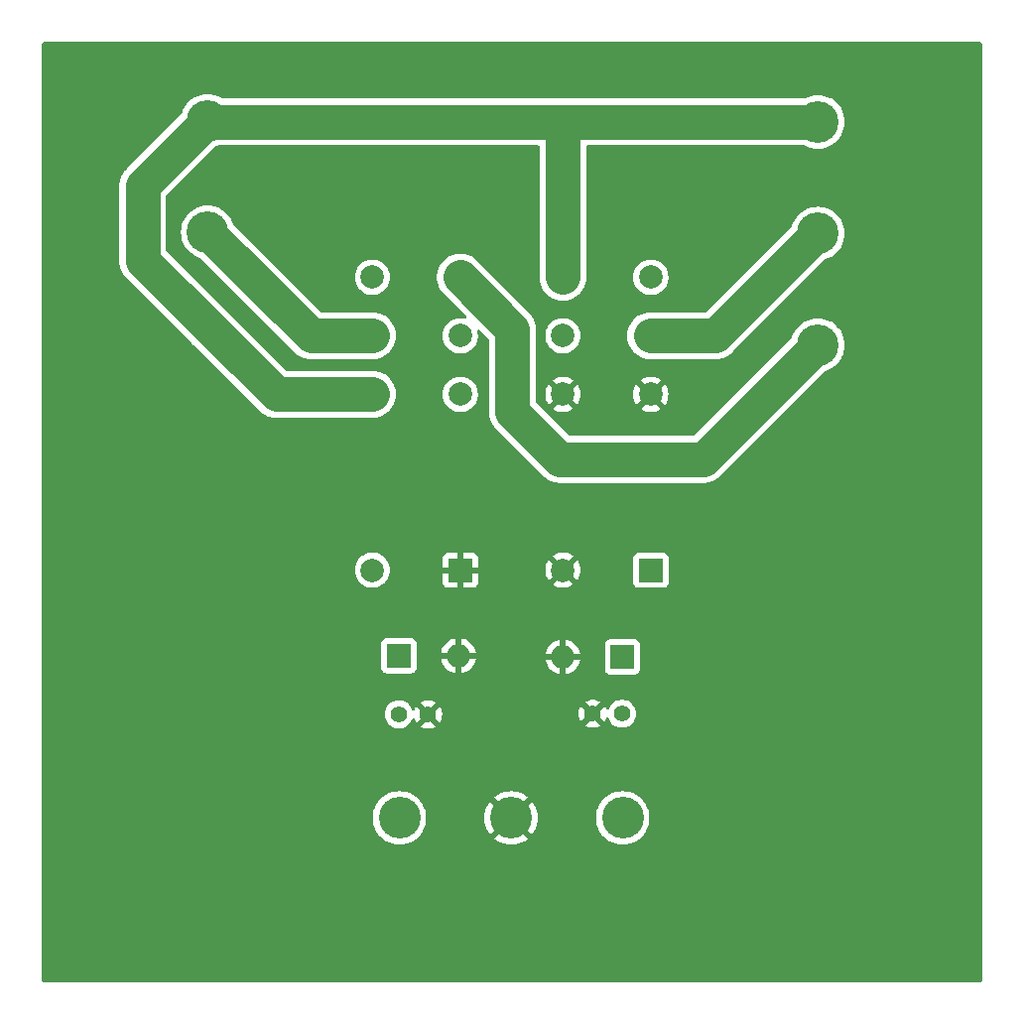
<source format=gbr>
%TF.GenerationSoftware,KiCad,Pcbnew,7.0.7+dfsg-1*%
%TF.CreationDate,2023-09-26T20:47:14-04:00*%
%TF.ProjectId,Relaybox,52656c61-7962-46f7-982e-6b696361645f,v1*%
%TF.SameCoordinates,Original*%
%TF.FileFunction,Copper,L1,Top*%
%TF.FilePolarity,Positive*%
%FSLAX46Y46*%
G04 Gerber Fmt 4.6, Leading zero omitted, Abs format (unit mm)*
G04 Created by KiCad (PCBNEW 7.0.7+dfsg-1) date 2023-09-26 20:47:14*
%MOMM*%
%LPD*%
G01*
G04 APERTURE LIST*
%TA.AperFunction,ComponentPad*%
%ADD10C,1.400000*%
%TD*%
%TA.AperFunction,ComponentPad*%
%ADD11C,3.556000*%
%TD*%
%TA.AperFunction,ComponentPad*%
%ADD12R,2.000000X2.000000*%
%TD*%
%TA.AperFunction,ComponentPad*%
%ADD13C,2.000000*%
%TD*%
%TA.AperFunction,ComponentPad*%
%ADD14O,2.000000X2.000000*%
%TD*%
%TA.AperFunction,Conductor*%
%ADD15C,3.000000*%
%TD*%
G04 APERTURE END LIST*
D10*
%TO.P,C2,1*%
%TO.N,Net-(D1-A)*%
X123700000Y-121050000D03*
%TO.P,C2,2*%
%TO.N,Net-(D2-K)*%
X126200000Y-121050000D03*
%TD*%
D11*
%TO.P,J3,1,Pin_1*%
%TO.N,Net-(J3-Pin_1)*%
X142900000Y-89600000D03*
%TO.P,J3,2,Pin_2*%
%TO.N,Net-(J3-Pin_2)*%
X142900000Y-80075000D03*
%TO.P,J3,3,Pin_3*%
%TO.N,Net-(J2-Pin_2)*%
X142900000Y-70550000D03*
%TD*%
%TO.P,J2,1,Pin_1*%
%TO.N,Net-(J2-Pin_1)*%
X90845000Y-79972000D03*
%TO.P,J2,2,Pin_2*%
%TO.N,Net-(J2-Pin_2)*%
X90845000Y-70447000D03*
%TD*%
D12*
%TO.P,K2,1*%
%TO.N,Net-(D2-K)*%
X128650000Y-108800000D03*
D13*
%TO.P,K2,2*%
%TO.N,Net-(D1-A)*%
X128650000Y-93800000D03*
X121150000Y-93800000D03*
%TO.P,K2,3*%
%TO.N,Net-(J3-Pin_2)*%
X128650000Y-88800000D03*
X121150000Y-88800000D03*
%TO.P,K2,4*%
%TO.N,Net-(J2-Pin_2)*%
X128650000Y-83800000D03*
X121150000Y-83800000D03*
%TO.P,K2,8*%
%TO.N,Net-(D1-A)*%
X121150000Y-108800000D03*
%TD*%
D11*
%TO.P,J1,1,Pin_1*%
%TO.N,Net-(D1-K)*%
X107200000Y-129950000D03*
%TO.P,J1,2,Pin_2*%
%TO.N,Net-(D1-A)*%
X116725000Y-129950000D03*
%TO.P,J1,3,Pin_3*%
%TO.N,Net-(D2-K)*%
X126250000Y-129950000D03*
%TD*%
D12*
%TO.P,D1,1,K*%
%TO.N,Net-(D1-K)*%
X107160000Y-116100000D03*
D14*
%TO.P,D1,2,A*%
%TO.N,Net-(D1-A)*%
X112240000Y-116100000D03*
%TD*%
D10*
%TO.P,C1,1*%
%TO.N,Net-(D1-A)*%
X109650000Y-121100000D03*
%TO.P,C1,2*%
%TO.N,Net-(D1-K)*%
X107150000Y-121100000D03*
%TD*%
D12*
%TO.P,D2,1,K*%
%TO.N,Net-(D2-K)*%
X126240000Y-116200000D03*
D14*
%TO.P,D2,2,A*%
%TO.N,Net-(D1-A)*%
X121160000Y-116200000D03*
%TD*%
D12*
%TO.P,K1,1*%
%TO.N,Net-(D1-A)*%
X112400000Y-108800000D03*
D13*
%TO.P,K1,2*%
%TO.N,Net-(J2-Pin_2)*%
X112400000Y-93800000D03*
X104900000Y-93800000D03*
%TO.P,K1,3*%
%TO.N,Net-(J2-Pin_1)*%
X112400000Y-88800000D03*
X104900000Y-88800000D03*
%TO.P,K1,4*%
%TO.N,Net-(J3-Pin_1)*%
X112400000Y-83800000D03*
X104900000Y-83800000D03*
%TO.P,K1,8*%
%TO.N,Net-(D1-K)*%
X104900000Y-108800000D03*
%TD*%
D15*
%TO.N,Net-(J3-Pin_1)*%
X133150000Y-99350000D02*
X120900000Y-99350000D01*
X142900000Y-89600000D02*
X133150000Y-99350000D01*
X116850000Y-88250000D02*
X112400000Y-83800000D01*
X116850000Y-95300000D02*
X116850000Y-88250000D01*
X120900000Y-99350000D02*
X116850000Y-95300000D01*
%TO.N,Net-(J3-Pin_2)*%
X134175000Y-88800000D02*
X142900000Y-80075000D01*
X128650000Y-88800000D02*
X134175000Y-88800000D01*
%TO.N,Net-(J2-Pin_1)*%
X99673000Y-88800000D02*
X90845000Y-79972000D01*
X104900000Y-88800000D02*
X99673000Y-88800000D01*
%TO.N,Net-(J2-Pin_2)*%
X121150000Y-83800000D02*
X121150000Y-70550000D01*
X90948000Y-70550000D02*
X90845000Y-70447000D01*
X96700000Y-93800000D02*
X85300000Y-82400000D01*
X104900000Y-93800000D02*
X96700000Y-93800000D01*
X85300000Y-75992000D02*
X90845000Y-70447000D01*
X121150000Y-70550000D02*
X90948000Y-70550000D01*
X142900000Y-70550000D02*
X121150000Y-70550000D01*
X85300000Y-82400000D02*
X85300000Y-75992000D01*
%TD*%
%TA.AperFunction,Conductor*%
%TO.N,Net-(D1-A)*%
G36*
X156842539Y-63770185D02*
G01*
X156888294Y-63822989D01*
X156899500Y-63874500D01*
X156899500Y-143825500D01*
X156879815Y-143892539D01*
X156827011Y-143938294D01*
X156775500Y-143949500D01*
X76824500Y-143949500D01*
X76757461Y-143929815D01*
X76711706Y-143877011D01*
X76700500Y-143825500D01*
X76700500Y-129950007D01*
X104916611Y-129950007D01*
X104936144Y-130248025D01*
X104936145Y-130248035D01*
X104936146Y-130248042D01*
X104936148Y-130248052D01*
X104994414Y-130540977D01*
X104994419Y-130540997D01*
X105090420Y-130823807D01*
X105090424Y-130823817D01*
X105160541Y-130966000D01*
X105222527Y-131091695D01*
X105388260Y-131339731D01*
X105388467Y-131340040D01*
X105585399Y-131564600D01*
X105760758Y-131718384D01*
X105809961Y-131761534D01*
X106058305Y-131927473D01*
X106188302Y-131991580D01*
X106326182Y-132059575D01*
X106326192Y-132059579D01*
X106609002Y-132155580D01*
X106609006Y-132155581D01*
X106609015Y-132155584D01*
X106901958Y-132213854D01*
X106930577Y-132215729D01*
X107199993Y-132233389D01*
X107200000Y-132233389D01*
X107200007Y-132233389D01*
X107438607Y-132217749D01*
X107498042Y-132213854D01*
X107790985Y-132155584D01*
X107792423Y-132155096D01*
X108073807Y-132059579D01*
X108073817Y-132059575D01*
X108074756Y-132059112D01*
X108341695Y-131927473D01*
X108590039Y-131761534D01*
X108814600Y-131564600D01*
X109011534Y-131340039D01*
X109177473Y-131091695D01*
X109309576Y-130823815D01*
X109309641Y-130823625D01*
X109405580Y-130540997D01*
X109405580Y-130540996D01*
X109405584Y-130540985D01*
X109463854Y-130248042D01*
X109467749Y-130188607D01*
X109483389Y-129950007D01*
X109483389Y-129950000D01*
X114442112Y-129950000D01*
X114461642Y-130247975D01*
X114461643Y-130247984D01*
X114519899Y-130540850D01*
X114519903Y-130540867D01*
X114615883Y-130823615D01*
X114615887Y-130823625D01*
X114747961Y-131091445D01*
X114913863Y-131339735D01*
X114945563Y-131375881D01*
X114945564Y-131375881D01*
X115746995Y-130574450D01*
X115808318Y-130540965D01*
X115878009Y-130545949D01*
X115930529Y-130583466D01*
X116003102Y-130671897D01*
X116091532Y-130744469D01*
X116130866Y-130802214D01*
X116132737Y-130872059D01*
X116100548Y-130928003D01*
X115299117Y-131729434D01*
X115299117Y-131729435D01*
X115335266Y-131761136D01*
X115335271Y-131761141D01*
X115583554Y-131927038D01*
X115851374Y-132059112D01*
X115851384Y-132059116D01*
X116134132Y-132155096D01*
X116134149Y-132155100D01*
X116427015Y-132213356D01*
X116427024Y-132213357D01*
X116725000Y-132232887D01*
X117022975Y-132213357D01*
X117022984Y-132213356D01*
X117315850Y-132155100D01*
X117315867Y-132155096D01*
X117598615Y-132059116D01*
X117598625Y-132059112D01*
X117866445Y-131927038D01*
X118114731Y-131761139D01*
X118150881Y-131729434D01*
X117349450Y-130928003D01*
X117315965Y-130866680D01*
X117320949Y-130796988D01*
X117358464Y-130744472D01*
X117446897Y-130671897D01*
X117519471Y-130583464D01*
X117577213Y-130544132D01*
X117647058Y-130542261D01*
X117703003Y-130574450D01*
X118504434Y-131375881D01*
X118536139Y-131339731D01*
X118702038Y-131091445D01*
X118834112Y-130823625D01*
X118834116Y-130823615D01*
X118930096Y-130540867D01*
X118930100Y-130540850D01*
X118988356Y-130247984D01*
X118988357Y-130247975D01*
X119007887Y-129950007D01*
X123966611Y-129950007D01*
X123986144Y-130248025D01*
X123986145Y-130248035D01*
X123986146Y-130248042D01*
X123986148Y-130248052D01*
X124044414Y-130540977D01*
X124044419Y-130540997D01*
X124140420Y-130823807D01*
X124140424Y-130823817D01*
X124210541Y-130966000D01*
X124272527Y-131091695D01*
X124438260Y-131339731D01*
X124438467Y-131340040D01*
X124635399Y-131564600D01*
X124810758Y-131718384D01*
X124859961Y-131761534D01*
X125108305Y-131927473D01*
X125238302Y-131991580D01*
X125376182Y-132059575D01*
X125376192Y-132059579D01*
X125659002Y-132155580D01*
X125659006Y-132155581D01*
X125659015Y-132155584D01*
X125951958Y-132213854D01*
X125980577Y-132215729D01*
X126249993Y-132233389D01*
X126250000Y-132233389D01*
X126250007Y-132233389D01*
X126488607Y-132217749D01*
X126548042Y-132213854D01*
X126840985Y-132155584D01*
X126842423Y-132155096D01*
X127123807Y-132059579D01*
X127123817Y-132059575D01*
X127124756Y-132059112D01*
X127391695Y-131927473D01*
X127640039Y-131761534D01*
X127864600Y-131564600D01*
X128061534Y-131340039D01*
X128227473Y-131091695D01*
X128359576Y-130823815D01*
X128359641Y-130823625D01*
X128455580Y-130540997D01*
X128455580Y-130540996D01*
X128455584Y-130540985D01*
X128513854Y-130248042D01*
X128517749Y-130188607D01*
X128533389Y-129950007D01*
X128533389Y-129949992D01*
X128513855Y-129651974D01*
X128513854Y-129651958D01*
X128455584Y-129359015D01*
X128359576Y-129076185D01*
X128338436Y-129033318D01*
X128227476Y-128808313D01*
X128227473Y-128808306D01*
X128061534Y-128559961D01*
X128018384Y-128510758D01*
X127864600Y-128335399D01*
X127640040Y-128138467D01*
X127391700Y-127972530D01*
X127391697Y-127972528D01*
X127391695Y-127972527D01*
X127391687Y-127972523D01*
X127123817Y-127840424D01*
X127123807Y-127840420D01*
X126840997Y-127744419D01*
X126840977Y-127744414D01*
X126548052Y-127686148D01*
X126548042Y-127686146D01*
X126548035Y-127686145D01*
X126548025Y-127686144D01*
X126250007Y-127666611D01*
X126249993Y-127666611D01*
X125951974Y-127686144D01*
X125951962Y-127686145D01*
X125951958Y-127686146D01*
X125951950Y-127686147D01*
X125951947Y-127686148D01*
X125659022Y-127744414D01*
X125659007Y-127744418D01*
X125376189Y-127840422D01*
X125376168Y-127840431D01*
X125108313Y-127972523D01*
X125108300Y-127972530D01*
X124859959Y-128138467D01*
X124635399Y-128335399D01*
X124438467Y-128559959D01*
X124272530Y-128808300D01*
X124272523Y-128808313D01*
X124140431Y-129076168D01*
X124140422Y-129076189D01*
X124044418Y-129359007D01*
X124044414Y-129359022D01*
X123986148Y-129651947D01*
X123986144Y-129651974D01*
X123966611Y-129949992D01*
X123966611Y-129950007D01*
X119007887Y-129950007D01*
X119007887Y-129950000D01*
X118988357Y-129652024D01*
X118988356Y-129652015D01*
X118930100Y-129359149D01*
X118930096Y-129359132D01*
X118834116Y-129076384D01*
X118834112Y-129076374D01*
X118702038Y-128808554D01*
X118536141Y-128560271D01*
X118536136Y-128560266D01*
X118504434Y-128524117D01*
X117703003Y-129325548D01*
X117641680Y-129359033D01*
X117571988Y-129354049D01*
X117519469Y-129316532D01*
X117446897Y-129228102D01*
X117358466Y-129155529D01*
X117319132Y-129097784D01*
X117317261Y-129027939D01*
X117349450Y-128971995D01*
X118150881Y-128170564D01*
X118150881Y-128170563D01*
X118114735Y-128138863D01*
X117866445Y-127972961D01*
X117598625Y-127840887D01*
X117598615Y-127840883D01*
X117315867Y-127744903D01*
X117315850Y-127744899D01*
X117022984Y-127686643D01*
X117022975Y-127686642D01*
X116724999Y-127667112D01*
X116427024Y-127686642D01*
X116427015Y-127686643D01*
X116134149Y-127744899D01*
X116134132Y-127744903D01*
X115851384Y-127840883D01*
X115851374Y-127840887D01*
X115583554Y-127972961D01*
X115335267Y-128138861D01*
X115335261Y-128138866D01*
X115299117Y-128170562D01*
X115299117Y-128170565D01*
X116100548Y-128971995D01*
X116134033Y-129033318D01*
X116129049Y-129103009D01*
X116091533Y-129155528D01*
X116003102Y-129228102D01*
X115930528Y-129316533D01*
X115872782Y-129355867D01*
X115802938Y-129357736D01*
X115746995Y-129325548D01*
X114945565Y-128524117D01*
X114945562Y-128524117D01*
X114913866Y-128560261D01*
X114913861Y-128560267D01*
X114747961Y-128808554D01*
X114615887Y-129076374D01*
X114615883Y-129076384D01*
X114519903Y-129359132D01*
X114519899Y-129359149D01*
X114461643Y-129652015D01*
X114461642Y-129652024D01*
X114442112Y-129950000D01*
X109483389Y-129950000D01*
X109483389Y-129949992D01*
X109463855Y-129651974D01*
X109463854Y-129651958D01*
X109405584Y-129359015D01*
X109309576Y-129076185D01*
X109288436Y-129033318D01*
X109177476Y-128808313D01*
X109177473Y-128808306D01*
X109011534Y-128559961D01*
X108968384Y-128510758D01*
X108814600Y-128335399D01*
X108590040Y-128138467D01*
X108341700Y-127972530D01*
X108341697Y-127972528D01*
X108341695Y-127972527D01*
X108341687Y-127972523D01*
X108073817Y-127840424D01*
X108073807Y-127840420D01*
X107790997Y-127744419D01*
X107790977Y-127744414D01*
X107498052Y-127686148D01*
X107498042Y-127686146D01*
X107498035Y-127686145D01*
X107498025Y-127686144D01*
X107200007Y-127666611D01*
X107199993Y-127666611D01*
X106901974Y-127686144D01*
X106901962Y-127686145D01*
X106901958Y-127686146D01*
X106901950Y-127686147D01*
X106901947Y-127686148D01*
X106609022Y-127744414D01*
X106609007Y-127744418D01*
X106326189Y-127840422D01*
X106326168Y-127840431D01*
X106058313Y-127972523D01*
X106058300Y-127972530D01*
X105809959Y-128138467D01*
X105585399Y-128335399D01*
X105388467Y-128559959D01*
X105222530Y-128808300D01*
X105222523Y-128808313D01*
X105090431Y-129076168D01*
X105090422Y-129076189D01*
X104994418Y-129359007D01*
X104994414Y-129359022D01*
X104936148Y-129651947D01*
X104936144Y-129651974D01*
X104916611Y-129949992D01*
X104916611Y-129950007D01*
X76700500Y-129950007D01*
X76700500Y-121100000D01*
X105944357Y-121100000D01*
X105964884Y-121321535D01*
X105964885Y-121321537D01*
X106025769Y-121535523D01*
X106025775Y-121535538D01*
X106124938Y-121734683D01*
X106124943Y-121734691D01*
X106259020Y-121912238D01*
X106423437Y-122062123D01*
X106423439Y-122062125D01*
X106612595Y-122179245D01*
X106612596Y-122179245D01*
X106612599Y-122179247D01*
X106820060Y-122259618D01*
X107038757Y-122300500D01*
X107038759Y-122300500D01*
X107261241Y-122300500D01*
X107261243Y-122300500D01*
X107479940Y-122259618D01*
X107687401Y-122179247D01*
X107876562Y-122062124D01*
X108040981Y-121912236D01*
X108175058Y-121734689D01*
X108274229Y-121535528D01*
X108280994Y-121511750D01*
X108318271Y-121452661D01*
X108381580Y-121423102D01*
X108450820Y-121432463D01*
X108504007Y-121477772D01*
X108519525Y-121511753D01*
X108526236Y-121535342D01*
X108526239Y-121535348D01*
X108625369Y-121734428D01*
X108641137Y-121755308D01*
X108641138Y-121755308D01*
X109149447Y-121247000D01*
X109210770Y-121213515D01*
X109280462Y-121218499D01*
X109336395Y-121260371D01*
X109340933Y-121266854D01*
X109343993Y-121271537D01*
X109376658Y-121321535D01*
X109388936Y-121340327D01*
X109424360Y-121367898D01*
X109488600Y-121417898D01*
X109529413Y-121474609D01*
X109533088Y-121544382D01*
X109500119Y-121603433D01*
X108996672Y-122106879D01*
X108996672Y-122106880D01*
X109112821Y-122178797D01*
X109112822Y-122178798D01*
X109320195Y-122259134D01*
X109538807Y-122300000D01*
X109761193Y-122300000D01*
X109979809Y-122259133D01*
X110187168Y-122178801D01*
X110187181Y-122178795D01*
X110303326Y-122106879D01*
X109796406Y-121599958D01*
X109762921Y-121538635D01*
X109767905Y-121468943D01*
X109809777Y-121413010D01*
X109825062Y-121403227D01*
X109867947Y-121380019D01*
X109947060Y-121294079D01*
X109950554Y-121286111D01*
X109995504Y-121232628D01*
X110062239Y-121211934D01*
X110129568Y-121230605D01*
X110151791Y-121248239D01*
X110658861Y-121755308D01*
X110674631Y-121734425D01*
X110674633Y-121734422D01*
X110773759Y-121535350D01*
X110834621Y-121321439D01*
X110855141Y-121100000D01*
X110855141Y-121099999D01*
X110850508Y-121050000D01*
X122494859Y-121050000D01*
X122515378Y-121271439D01*
X122576240Y-121485350D01*
X122675369Y-121684428D01*
X122691137Y-121705308D01*
X122691138Y-121705308D01*
X123199447Y-121197000D01*
X123260770Y-121163515D01*
X123330462Y-121168499D01*
X123386395Y-121210371D01*
X123390937Y-121216859D01*
X123436184Y-121286116D01*
X123438936Y-121290327D01*
X123479034Y-121321536D01*
X123538600Y-121367898D01*
X123579413Y-121424609D01*
X123583088Y-121494382D01*
X123550119Y-121553433D01*
X123046672Y-122056879D01*
X123046672Y-122056880D01*
X123162821Y-122128797D01*
X123162822Y-122128798D01*
X123370195Y-122209134D01*
X123588807Y-122250000D01*
X123811193Y-122250000D01*
X124029809Y-122209133D01*
X124237168Y-122128801D01*
X124237181Y-122128795D01*
X124353326Y-122056879D01*
X123846406Y-121549958D01*
X123812921Y-121488635D01*
X123817905Y-121418943D01*
X123859777Y-121363010D01*
X123875062Y-121353227D01*
X123917947Y-121330019D01*
X123997060Y-121244079D01*
X124000554Y-121236111D01*
X124045504Y-121182628D01*
X124112239Y-121161934D01*
X124179568Y-121180605D01*
X124201791Y-121198239D01*
X124708861Y-121705308D01*
X124724631Y-121684425D01*
X124724633Y-121684422D01*
X124823760Y-121485348D01*
X124823761Y-121485345D01*
X124830473Y-121461756D01*
X124867750Y-121402662D01*
X124931059Y-121373102D01*
X125000299Y-121382462D01*
X125053487Y-121427771D01*
X125069005Y-121461750D01*
X125075720Y-121485350D01*
X125075771Y-121485527D01*
X125075775Y-121485538D01*
X125174938Y-121684683D01*
X125174943Y-121684691D01*
X125309020Y-121862238D01*
X125473437Y-122012123D01*
X125473439Y-122012125D01*
X125662595Y-122129245D01*
X125662596Y-122129245D01*
X125662599Y-122129247D01*
X125870060Y-122209618D01*
X126088757Y-122250500D01*
X126088759Y-122250500D01*
X126311241Y-122250500D01*
X126311243Y-122250500D01*
X126529940Y-122209618D01*
X126737401Y-122129247D01*
X126926562Y-122012124D01*
X127090981Y-121862236D01*
X127225058Y-121684689D01*
X127324229Y-121485528D01*
X127385115Y-121271536D01*
X127405643Y-121050000D01*
X127402204Y-121012892D01*
X127385115Y-120828464D01*
X127385114Y-120828462D01*
X127382700Y-120819979D01*
X127324229Y-120614472D01*
X127324224Y-120614461D01*
X127225061Y-120415316D01*
X127225056Y-120415308D01*
X127090979Y-120237761D01*
X126926562Y-120087876D01*
X126926560Y-120087874D01*
X126737404Y-119970754D01*
X126737398Y-119970752D01*
X126529940Y-119890382D01*
X126311243Y-119849500D01*
X126088757Y-119849500D01*
X125870060Y-119890382D01*
X125740995Y-119940382D01*
X125662601Y-119970752D01*
X125662595Y-119970754D01*
X125473439Y-120087874D01*
X125473437Y-120087876D01*
X125309020Y-120237761D01*
X125174943Y-120415308D01*
X125174938Y-120415316D01*
X125075775Y-120614461D01*
X125075768Y-120614479D01*
X125069005Y-120638249D01*
X125031725Y-120697342D01*
X124968414Y-120726898D01*
X124899175Y-120717534D01*
X124845990Y-120672223D01*
X124830473Y-120638244D01*
X124823761Y-120614652D01*
X124823760Y-120614651D01*
X124724635Y-120415580D01*
X124724630Y-120415572D01*
X124708860Y-120394690D01*
X124200552Y-120902999D01*
X124139229Y-120936484D01*
X124069537Y-120931500D01*
X124013604Y-120889628D01*
X124009062Y-120883139D01*
X123961065Y-120809674D01*
X123961062Y-120809671D01*
X123861399Y-120732100D01*
X123820586Y-120675390D01*
X123816911Y-120605617D01*
X123849880Y-120546566D01*
X124353327Y-120043119D01*
X124237178Y-119971202D01*
X124237177Y-119971201D01*
X124029804Y-119890865D01*
X123811193Y-119850000D01*
X123588807Y-119850000D01*
X123370195Y-119890865D01*
X123162824Y-119971200D01*
X123162823Y-119971201D01*
X123046671Y-120043119D01*
X123553594Y-120550041D01*
X123587079Y-120611364D01*
X123582095Y-120681055D01*
X123540224Y-120736989D01*
X123524931Y-120746776D01*
X123482056Y-120769979D01*
X123482052Y-120769981D01*
X123402939Y-120855922D01*
X123399441Y-120863896D01*
X123354481Y-120917379D01*
X123287744Y-120938065D01*
X123220417Y-120919386D01*
X123198207Y-120901760D01*
X122691137Y-120394690D01*
X122691137Y-120394691D01*
X122675368Y-120415574D01*
X122576240Y-120614649D01*
X122515378Y-120828560D01*
X122494859Y-121049999D01*
X122494859Y-121050000D01*
X110850508Y-121050000D01*
X110834621Y-120878560D01*
X110773759Y-120664649D01*
X110674635Y-120465580D01*
X110674630Y-120465572D01*
X110658860Y-120444690D01*
X110150552Y-120952999D01*
X110089229Y-120986484D01*
X110019537Y-120981500D01*
X109963604Y-120939628D01*
X109959062Y-120933139D01*
X109911065Y-120859674D01*
X109911062Y-120859671D01*
X109811399Y-120782100D01*
X109770586Y-120725390D01*
X109766911Y-120655617D01*
X109799880Y-120596566D01*
X110303327Y-120093119D01*
X110187178Y-120021202D01*
X110187177Y-120021201D01*
X109979804Y-119940865D01*
X109761193Y-119900000D01*
X109538807Y-119900000D01*
X109320195Y-119940865D01*
X109112824Y-120021200D01*
X109112823Y-120021201D01*
X108996671Y-120093119D01*
X109503594Y-120600041D01*
X109537079Y-120661364D01*
X109532095Y-120731055D01*
X109490224Y-120786989D01*
X109474931Y-120796776D01*
X109432056Y-120819979D01*
X109432052Y-120819981D01*
X109352939Y-120905922D01*
X109349441Y-120913896D01*
X109304481Y-120967379D01*
X109237744Y-120988065D01*
X109170417Y-120969386D01*
X109148207Y-120951760D01*
X108641138Y-120444690D01*
X108641137Y-120444691D01*
X108625368Y-120465574D01*
X108526239Y-120664651D01*
X108526238Y-120664652D01*
X108519525Y-120688248D01*
X108482245Y-120747340D01*
X108418935Y-120776898D01*
X108349696Y-120767535D01*
X108296510Y-120722224D01*
X108280995Y-120688253D01*
X108274229Y-120664472D01*
X108274224Y-120664461D01*
X108175061Y-120465316D01*
X108175056Y-120465308D01*
X108040979Y-120287761D01*
X107876562Y-120137876D01*
X107876560Y-120137874D01*
X107687404Y-120020754D01*
X107687398Y-120020752D01*
X107479940Y-119940382D01*
X107261243Y-119899500D01*
X107038757Y-119899500D01*
X106820060Y-119940382D01*
X106740505Y-119971202D01*
X106612601Y-120020752D01*
X106612595Y-120020754D01*
X106423439Y-120137874D01*
X106423437Y-120137876D01*
X106259020Y-120287761D01*
X106124943Y-120465308D01*
X106124938Y-120465316D01*
X106025775Y-120664461D01*
X106025769Y-120664476D01*
X105964885Y-120878462D01*
X105964884Y-120878464D01*
X105944357Y-121099999D01*
X105944357Y-121100000D01*
X76700500Y-121100000D01*
X76700500Y-117147870D01*
X105659500Y-117147870D01*
X105659501Y-117147876D01*
X105665908Y-117207483D01*
X105716202Y-117342328D01*
X105716206Y-117342335D01*
X105802452Y-117457544D01*
X105802455Y-117457547D01*
X105917664Y-117543793D01*
X105917671Y-117543797D01*
X106052517Y-117594091D01*
X106052516Y-117594091D01*
X106059444Y-117594835D01*
X106112127Y-117600500D01*
X108207872Y-117600499D01*
X108267483Y-117594091D01*
X108402331Y-117543796D01*
X108517546Y-117457546D01*
X108603796Y-117342331D01*
X108654091Y-117207483D01*
X108660500Y-117147873D01*
X108660500Y-116350000D01*
X110755960Y-116350000D01*
X110816411Y-116588716D01*
X110916267Y-116816367D01*
X111052232Y-117024478D01*
X111220592Y-117207364D01*
X111220602Y-117207373D01*
X111416762Y-117360051D01*
X111416771Y-117360057D01*
X111635385Y-117478364D01*
X111635396Y-117478369D01*
X111870507Y-117559083D01*
X111989999Y-117579023D01*
X111990000Y-117579022D01*
X111990000Y-116712301D01*
X112009685Y-116645262D01*
X112062489Y-116599507D01*
X112131647Y-116589563D01*
X112204237Y-116600000D01*
X112204238Y-116600000D01*
X112275762Y-116600000D01*
X112275763Y-116600000D01*
X112348353Y-116589563D01*
X112417512Y-116599507D01*
X112470315Y-116645262D01*
X112490000Y-116712301D01*
X112490000Y-117579023D01*
X112609492Y-117559083D01*
X112844603Y-117478369D01*
X112844614Y-117478364D01*
X113063228Y-117360057D01*
X113063237Y-117360051D01*
X113259397Y-117207373D01*
X113259407Y-117207364D01*
X113427767Y-117024478D01*
X113563732Y-116816367D01*
X113663588Y-116588716D01*
X113698716Y-116450000D01*
X119675960Y-116450000D01*
X119736411Y-116688716D01*
X119836267Y-116916367D01*
X119972232Y-117124478D01*
X120140592Y-117307364D01*
X120140602Y-117307373D01*
X120336762Y-117460051D01*
X120336771Y-117460057D01*
X120555385Y-117578364D01*
X120555396Y-117578369D01*
X120790507Y-117659083D01*
X120909999Y-117679023D01*
X120910000Y-117679022D01*
X120910000Y-116812301D01*
X120929685Y-116745262D01*
X120982489Y-116699507D01*
X121051647Y-116689563D01*
X121124237Y-116700000D01*
X121124238Y-116700000D01*
X121195762Y-116700000D01*
X121195763Y-116700000D01*
X121268352Y-116689563D01*
X121337510Y-116699507D01*
X121390314Y-116745261D01*
X121409999Y-116812301D01*
X121409999Y-117679022D01*
X121410000Y-117679023D01*
X121529492Y-117659083D01*
X121764603Y-117578369D01*
X121764614Y-117578364D01*
X121983228Y-117460057D01*
X121983237Y-117460051D01*
X122179397Y-117307373D01*
X122179407Y-117307364D01*
X122234176Y-117247870D01*
X124739500Y-117247870D01*
X124739501Y-117247876D01*
X124745908Y-117307483D01*
X124796202Y-117442328D01*
X124796206Y-117442335D01*
X124882452Y-117557544D01*
X124882455Y-117557547D01*
X124997664Y-117643793D01*
X124997671Y-117643797D01*
X125132517Y-117694091D01*
X125132516Y-117694091D01*
X125139444Y-117694835D01*
X125192127Y-117700500D01*
X127287872Y-117700499D01*
X127347483Y-117694091D01*
X127482331Y-117643796D01*
X127597546Y-117557546D01*
X127683796Y-117442331D01*
X127734091Y-117307483D01*
X127740500Y-117247873D01*
X127740499Y-115152128D01*
X127734091Y-115092517D01*
X127719027Y-115052129D01*
X127683797Y-114957671D01*
X127683793Y-114957664D01*
X127597547Y-114842455D01*
X127597544Y-114842452D01*
X127482335Y-114756206D01*
X127482328Y-114756202D01*
X127347482Y-114705908D01*
X127347483Y-114705908D01*
X127287883Y-114699501D01*
X127287881Y-114699500D01*
X127287873Y-114699500D01*
X127287864Y-114699500D01*
X125192129Y-114699500D01*
X125192123Y-114699501D01*
X125132516Y-114705908D01*
X124997671Y-114756202D01*
X124997664Y-114756206D01*
X124882455Y-114842452D01*
X124882452Y-114842455D01*
X124796206Y-114957664D01*
X124796202Y-114957671D01*
X124745908Y-115092517D01*
X124739501Y-115152116D01*
X124739501Y-115152123D01*
X124739500Y-115152135D01*
X124739500Y-117247870D01*
X122234176Y-117247870D01*
X122347767Y-117124478D01*
X122483732Y-116916367D01*
X122583588Y-116688716D01*
X122644040Y-116450000D01*
X121773347Y-116450000D01*
X121706308Y-116430315D01*
X121660553Y-116377511D01*
X121650609Y-116308353D01*
X121654369Y-116291067D01*
X121660000Y-116271888D01*
X121660000Y-116128111D01*
X121654369Y-116108933D01*
X121654370Y-116039064D01*
X121692145Y-115980286D01*
X121755701Y-115951262D01*
X121773347Y-115950000D01*
X122644040Y-115950000D01*
X122583588Y-115711283D01*
X122483732Y-115483632D01*
X122347767Y-115275521D01*
X122179407Y-115092635D01*
X122179397Y-115092626D01*
X121983237Y-114939948D01*
X121983228Y-114939942D01*
X121764614Y-114821635D01*
X121764603Y-114821630D01*
X121529492Y-114740916D01*
X121410000Y-114720976D01*
X121409999Y-114720976D01*
X121409999Y-115587698D01*
X121390314Y-115654738D01*
X121337510Y-115700492D01*
X121268353Y-115710436D01*
X121195764Y-115700000D01*
X121195763Y-115700000D01*
X121124237Y-115700000D01*
X121124233Y-115700000D01*
X121051645Y-115710436D01*
X120982487Y-115700492D01*
X120929684Y-115654736D01*
X120910000Y-115587698D01*
X120910000Y-114720976D01*
X120909999Y-114720976D01*
X120790507Y-114740916D01*
X120555396Y-114821630D01*
X120555385Y-114821635D01*
X120336771Y-114939942D01*
X120336762Y-114939948D01*
X120140602Y-115092626D01*
X120140592Y-115092635D01*
X119972232Y-115275521D01*
X119836267Y-115483632D01*
X119736411Y-115711283D01*
X119675960Y-115950000D01*
X120546653Y-115950000D01*
X120613692Y-115969685D01*
X120659447Y-116022489D01*
X120669391Y-116091647D01*
X120665631Y-116108933D01*
X120660000Y-116128111D01*
X120660000Y-116271888D01*
X120665631Y-116291067D01*
X120665630Y-116360936D01*
X120627855Y-116419714D01*
X120564299Y-116448738D01*
X120546653Y-116450000D01*
X119675960Y-116450000D01*
X113698716Y-116450000D01*
X113724040Y-116350000D01*
X112853347Y-116350000D01*
X112786308Y-116330315D01*
X112740553Y-116277511D01*
X112730609Y-116208353D01*
X112734369Y-116191067D01*
X112740000Y-116171888D01*
X112740000Y-116028111D01*
X112734369Y-116008933D01*
X112734370Y-115939064D01*
X112772145Y-115880286D01*
X112835701Y-115851262D01*
X112853347Y-115850000D01*
X113724040Y-115850000D01*
X113663588Y-115611283D01*
X113563732Y-115383632D01*
X113427767Y-115175521D01*
X113259407Y-114992635D01*
X113259397Y-114992626D01*
X113063237Y-114839948D01*
X113063228Y-114839942D01*
X112844614Y-114721635D01*
X112844603Y-114721630D01*
X112609492Y-114640916D01*
X112490000Y-114620976D01*
X112490000Y-115487698D01*
X112470315Y-115554737D01*
X112417511Y-115600492D01*
X112348355Y-115610436D01*
X112275766Y-115600000D01*
X112275763Y-115600000D01*
X112204237Y-115600000D01*
X112204233Y-115600000D01*
X112131645Y-115610436D01*
X112062487Y-115600492D01*
X112009684Y-115554736D01*
X111990000Y-115487698D01*
X111990000Y-114620976D01*
X111989999Y-114620976D01*
X111870507Y-114640916D01*
X111635396Y-114721630D01*
X111635385Y-114721635D01*
X111416771Y-114839942D01*
X111416762Y-114839948D01*
X111220602Y-114992626D01*
X111220592Y-114992635D01*
X111052232Y-115175521D01*
X110916267Y-115383632D01*
X110816411Y-115611283D01*
X110755960Y-115850000D01*
X111626653Y-115850000D01*
X111693692Y-115869685D01*
X111739447Y-115922489D01*
X111749391Y-115991647D01*
X111745631Y-116008933D01*
X111740000Y-116028111D01*
X111740000Y-116171888D01*
X111745631Y-116191067D01*
X111745630Y-116260936D01*
X111707855Y-116319714D01*
X111644299Y-116348738D01*
X111626653Y-116350000D01*
X110755960Y-116350000D01*
X108660500Y-116350000D01*
X108660499Y-115052128D01*
X108654091Y-114992517D01*
X108641094Y-114957671D01*
X108603797Y-114857671D01*
X108603793Y-114857664D01*
X108517547Y-114742455D01*
X108517544Y-114742452D01*
X108402335Y-114656206D01*
X108402328Y-114656202D01*
X108267482Y-114605908D01*
X108267483Y-114605908D01*
X108207883Y-114599501D01*
X108207881Y-114599500D01*
X108207873Y-114599500D01*
X108207864Y-114599500D01*
X106112129Y-114599500D01*
X106112123Y-114599501D01*
X106052516Y-114605908D01*
X105917671Y-114656202D01*
X105917664Y-114656206D01*
X105802455Y-114742452D01*
X105802452Y-114742455D01*
X105716206Y-114857664D01*
X105716202Y-114857671D01*
X105665908Y-114992517D01*
X105659501Y-115052116D01*
X105659501Y-115052123D01*
X105659500Y-115052135D01*
X105659500Y-117147870D01*
X76700500Y-117147870D01*
X76700500Y-108800005D01*
X103394357Y-108800005D01*
X103414890Y-109047812D01*
X103414892Y-109047824D01*
X103475936Y-109288881D01*
X103575826Y-109516606D01*
X103711833Y-109724782D01*
X103711836Y-109724785D01*
X103880256Y-109907738D01*
X104076491Y-110060474D01*
X104076493Y-110060475D01*
X104294332Y-110178364D01*
X104295190Y-110178828D01*
X104483136Y-110243350D01*
X104528964Y-110259083D01*
X104530386Y-110259571D01*
X104775665Y-110300500D01*
X105024335Y-110300500D01*
X105269614Y-110259571D01*
X105504810Y-110178828D01*
X105723509Y-110060474D01*
X105919744Y-109907738D01*
X105974880Y-109847844D01*
X110900000Y-109847844D01*
X110906401Y-109907372D01*
X110906403Y-109907379D01*
X110956645Y-110042086D01*
X110956649Y-110042093D01*
X111042809Y-110157187D01*
X111042812Y-110157190D01*
X111157906Y-110243350D01*
X111157913Y-110243354D01*
X111292620Y-110293596D01*
X111292627Y-110293598D01*
X111352155Y-110299999D01*
X111352172Y-110300000D01*
X112149999Y-110300000D01*
X112149999Y-109566753D01*
X112169683Y-109499714D01*
X112222487Y-109453959D01*
X112291646Y-109444015D01*
X112304823Y-109446646D01*
X112317886Y-109450000D01*
X112317890Y-109450000D01*
X112440892Y-109450000D01*
X112440894Y-109450000D01*
X112440899Y-109449999D01*
X112440903Y-109449999D01*
X112488270Y-109444015D01*
X112510457Y-109441212D01*
X112579435Y-109452338D01*
X112631447Y-109498991D01*
X112649999Y-109564234D01*
X112649999Y-110299999D01*
X112650001Y-110300000D01*
X113447828Y-110300000D01*
X113447844Y-110299999D01*
X113507372Y-110293598D01*
X113507379Y-110293596D01*
X113642086Y-110243354D01*
X113642093Y-110243350D01*
X113757187Y-110157190D01*
X113757190Y-110157187D01*
X113843350Y-110042093D01*
X113843354Y-110042086D01*
X113893596Y-109907379D01*
X113893598Y-109907372D01*
X113899999Y-109847844D01*
X113900000Y-109847827D01*
X113900000Y-109050000D01*
X113163921Y-109050000D01*
X113096882Y-109030315D01*
X113051127Y-108977511D01*
X113041183Y-108908353D01*
X113042117Y-108902766D01*
X113042659Y-108899919D01*
X113053873Y-108841138D01*
X113051285Y-108800005D01*
X119644858Y-108800005D01*
X119665385Y-109047729D01*
X119665387Y-109047738D01*
X119726412Y-109288717D01*
X119826266Y-109516364D01*
X119926564Y-109669882D01*
X120432332Y-109164114D01*
X120493655Y-109130629D01*
X120563346Y-109135613D01*
X120619280Y-109177484D01*
X120624709Y-109185352D01*
X120645187Y-109217620D01*
X120645188Y-109217621D01*
X120764902Y-109330039D01*
X120768273Y-109332489D01*
X120770274Y-109335084D01*
X120770590Y-109335381D01*
X120770542Y-109335431D01*
X120810937Y-109387821D01*
X120816913Y-109457435D01*
X120784305Y-109519228D01*
X120783065Y-109520486D01*
X120279942Y-110023609D01*
X120326768Y-110060055D01*
X120326770Y-110060056D01*
X120545385Y-110178364D01*
X120545396Y-110178369D01*
X120780506Y-110259083D01*
X121025707Y-110300000D01*
X121274293Y-110300000D01*
X121519493Y-110259083D01*
X121754603Y-110178369D01*
X121754614Y-110178364D01*
X121973228Y-110060057D01*
X121973231Y-110060055D01*
X122020056Y-110023609D01*
X121844317Y-109847870D01*
X127149500Y-109847870D01*
X127149501Y-109847876D01*
X127155908Y-109907483D01*
X127206202Y-110042328D01*
X127206206Y-110042335D01*
X127292452Y-110157544D01*
X127292455Y-110157547D01*
X127407664Y-110243793D01*
X127407671Y-110243797D01*
X127542517Y-110294091D01*
X127542516Y-110294091D01*
X127549444Y-110294835D01*
X127602127Y-110300500D01*
X129697872Y-110300499D01*
X129757483Y-110294091D01*
X129892331Y-110243796D01*
X130007546Y-110157546D01*
X130093796Y-110042331D01*
X130144091Y-109907483D01*
X130150500Y-109847873D01*
X130150499Y-107752128D01*
X130144091Y-107692517D01*
X130100778Y-107576390D01*
X130093797Y-107557671D01*
X130093793Y-107557664D01*
X130007547Y-107442455D01*
X130007544Y-107442452D01*
X129892335Y-107356206D01*
X129892328Y-107356202D01*
X129757482Y-107305908D01*
X129757483Y-107305908D01*
X129697883Y-107299501D01*
X129697881Y-107299500D01*
X129697873Y-107299500D01*
X129697864Y-107299500D01*
X127602129Y-107299500D01*
X127602123Y-107299501D01*
X127542516Y-107305908D01*
X127407671Y-107356202D01*
X127407664Y-107356206D01*
X127292455Y-107442452D01*
X127292452Y-107442455D01*
X127206206Y-107557664D01*
X127206202Y-107557671D01*
X127155908Y-107692517D01*
X127149501Y-107752116D01*
X127149501Y-107752123D01*
X127149500Y-107752135D01*
X127149500Y-109847870D01*
X121844317Y-109847870D01*
X121513234Y-109516787D01*
X121479749Y-109455464D01*
X121484733Y-109385772D01*
X121526605Y-109329839D01*
X121527953Y-109328844D01*
X121598492Y-109277595D01*
X121684871Y-109173180D01*
X121742768Y-109134074D01*
X121812620Y-109132478D01*
X121868094Y-109164541D01*
X122373434Y-109669882D01*
X122473731Y-109516369D01*
X122573587Y-109288717D01*
X122634612Y-109047738D01*
X122634614Y-109047729D01*
X122655141Y-108800005D01*
X122655141Y-108799994D01*
X122634614Y-108552270D01*
X122634612Y-108552261D01*
X122573587Y-108311282D01*
X122473731Y-108083630D01*
X122373434Y-107930116D01*
X121867667Y-108435884D01*
X121806344Y-108469369D01*
X121736652Y-108464385D01*
X121680719Y-108422513D01*
X121675290Y-108414646D01*
X121673771Y-108412252D01*
X121654814Y-108382381D01*
X121590942Y-108322402D01*
X121535097Y-108269960D01*
X121531732Y-108267515D01*
X121529731Y-108264920D01*
X121529410Y-108264619D01*
X121529458Y-108264567D01*
X121489064Y-108212187D01*
X121483082Y-108142574D01*
X121515685Y-108080778D01*
X121516932Y-108079513D01*
X122020056Y-107576389D01*
X121973229Y-107539943D01*
X121754614Y-107421635D01*
X121754603Y-107421630D01*
X121519493Y-107340916D01*
X121274293Y-107300000D01*
X121025707Y-107300000D01*
X120780506Y-107340916D01*
X120545396Y-107421630D01*
X120545390Y-107421632D01*
X120326761Y-107539949D01*
X120279942Y-107576388D01*
X120279942Y-107576390D01*
X120786765Y-108083212D01*
X120820250Y-108144535D01*
X120815266Y-108214226D01*
X120773395Y-108270160D01*
X120771970Y-108271210D01*
X120701510Y-108322402D01*
X120701508Y-108322405D01*
X120615130Y-108426818D01*
X120557230Y-108465925D01*
X120487378Y-108467521D01*
X120431905Y-108435458D01*
X119926564Y-107930116D01*
X119826267Y-108083632D01*
X119726412Y-108311282D01*
X119665387Y-108552261D01*
X119665385Y-108552270D01*
X119644858Y-108799994D01*
X119644858Y-108800005D01*
X113051285Y-108800005D01*
X113043847Y-108681784D01*
X113059283Y-108613643D01*
X113109109Y-108564663D01*
X113167602Y-108550000D01*
X113900000Y-108550000D01*
X113900000Y-107752172D01*
X113899999Y-107752155D01*
X113893598Y-107692627D01*
X113893596Y-107692620D01*
X113843354Y-107557913D01*
X113843350Y-107557906D01*
X113757190Y-107442812D01*
X113757187Y-107442809D01*
X113642093Y-107356649D01*
X113642086Y-107356645D01*
X113507379Y-107306403D01*
X113507372Y-107306401D01*
X113447844Y-107300000D01*
X112650000Y-107300000D01*
X112650000Y-108033246D01*
X112630315Y-108100285D01*
X112577511Y-108146040D01*
X112508353Y-108155984D01*
X112495165Y-108153351D01*
X112482115Y-108150000D01*
X112482114Y-108150000D01*
X112359106Y-108150000D01*
X112359094Y-108150000D01*
X112289541Y-108158787D01*
X112220563Y-108147660D01*
X112168551Y-108101006D01*
X112150000Y-108035765D01*
X112150000Y-107300000D01*
X111352155Y-107300000D01*
X111292627Y-107306401D01*
X111292620Y-107306403D01*
X111157913Y-107356645D01*
X111157906Y-107356649D01*
X111042812Y-107442809D01*
X111042809Y-107442812D01*
X110956649Y-107557906D01*
X110956645Y-107557913D01*
X110906403Y-107692620D01*
X110906401Y-107692627D01*
X110900000Y-107752155D01*
X110900000Y-108550000D01*
X111636079Y-108550000D01*
X111703118Y-108569685D01*
X111748873Y-108622489D01*
X111758817Y-108691647D01*
X111757883Y-108697234D01*
X111746127Y-108758862D01*
X111755532Y-108908353D01*
X111756153Y-108918214D01*
X111740717Y-108986357D01*
X111690891Y-109035337D01*
X111632398Y-109050000D01*
X110900000Y-109050000D01*
X110900000Y-109847844D01*
X105974880Y-109847844D01*
X106088164Y-109724785D01*
X106224173Y-109516607D01*
X106324063Y-109288881D01*
X106385108Y-109047821D01*
X106385116Y-109047729D01*
X106405643Y-108800005D01*
X106405643Y-108799994D01*
X106385109Y-108552187D01*
X106385107Y-108552175D01*
X106324063Y-108311118D01*
X106224173Y-108083393D01*
X106088166Y-107875217D01*
X106066557Y-107851744D01*
X105919744Y-107692262D01*
X105723509Y-107539526D01*
X105723507Y-107539525D01*
X105723506Y-107539524D01*
X105504811Y-107421172D01*
X105504802Y-107421169D01*
X105269616Y-107340429D01*
X105024335Y-107299500D01*
X104775665Y-107299500D01*
X104530383Y-107340429D01*
X104295197Y-107421169D01*
X104295188Y-107421172D01*
X104076493Y-107539524D01*
X104029129Y-107576389D01*
X103880256Y-107692262D01*
X103879920Y-107692627D01*
X103711833Y-107875217D01*
X103575826Y-108083393D01*
X103475936Y-108311118D01*
X103414892Y-108552175D01*
X103414890Y-108552187D01*
X103394357Y-108799994D01*
X103394357Y-108800005D01*
X76700500Y-108800005D01*
X76700500Y-82543082D01*
X83299500Y-82543082D01*
X83309377Y-82611784D01*
X83309850Y-82616184D01*
X83314804Y-82685430D01*
X83314804Y-82685433D01*
X83329560Y-82753259D01*
X83330346Y-82757616D01*
X83340224Y-82826318D01*
X83340227Y-82826331D01*
X83359778Y-82892915D01*
X83360873Y-82897205D01*
X83375631Y-82965048D01*
X83399891Y-83030092D01*
X83401289Y-83034292D01*
X83420845Y-83100891D01*
X83449678Y-83164029D01*
X83451372Y-83168117D01*
X83475633Y-83233160D01*
X83475633Y-83233161D01*
X83508910Y-83294104D01*
X83510877Y-83298034D01*
X83516853Y-83311119D01*
X83539715Y-83361182D01*
X83539720Y-83361192D01*
X83577250Y-83419589D01*
X83579509Y-83423396D01*
X83612770Y-83484309D01*
X83612771Y-83484310D01*
X83612774Y-83484315D01*
X83654366Y-83539875D01*
X83656883Y-83543499D01*
X83694426Y-83601917D01*
X83694427Y-83601918D01*
X83694430Y-83601923D01*
X83739884Y-83654378D01*
X83742661Y-83657825D01*
X83784259Y-83713393D01*
X83784269Y-83713404D01*
X83809590Y-83738724D01*
X83834912Y-83764046D01*
X89587472Y-89516606D01*
X95184261Y-95113395D01*
X95386594Y-95315729D01*
X95386599Y-95315733D01*
X95386605Y-95315739D01*
X95442174Y-95357337D01*
X95445607Y-95360103D01*
X95498083Y-95405574D01*
X95556506Y-95443120D01*
X95560114Y-95445626D01*
X95615685Y-95487226D01*
X95676610Y-95520494D01*
X95680388Y-95522735D01*
X95738814Y-95560283D01*
X95793876Y-95585428D01*
X95801956Y-95589118D01*
X95805916Y-95591100D01*
X95866839Y-95624367D01*
X95931905Y-95648634D01*
X95935953Y-95650312D01*
X95999112Y-95679156D01*
X96065729Y-95698716D01*
X96069905Y-95700107D01*
X96080621Y-95704103D01*
X96134954Y-95724369D01*
X96202805Y-95739128D01*
X96207044Y-95740209D01*
X96273678Y-95759776D01*
X96273681Y-95759776D01*
X96273683Y-95759777D01*
X96296174Y-95763010D01*
X96342399Y-95769655D01*
X96346743Y-95770440D01*
X96414572Y-95785196D01*
X96483815Y-95790147D01*
X96488193Y-95790617D01*
X96556921Y-95800500D01*
X96556924Y-95800500D01*
X104971448Y-95800500D01*
X105185428Y-95785196D01*
X105253261Y-95770440D01*
X105465037Y-95724371D01*
X105465037Y-95724370D01*
X105465046Y-95724369D01*
X105733161Y-95624367D01*
X105984315Y-95487226D01*
X106213395Y-95315739D01*
X106415739Y-95113395D01*
X106587226Y-94884315D01*
X106724367Y-94633161D01*
X106824369Y-94365046D01*
X106856439Y-94217621D01*
X106885195Y-94085433D01*
X106885195Y-94085432D01*
X106885196Y-94085428D01*
X106905610Y-93800005D01*
X110894357Y-93800005D01*
X110914890Y-94047812D01*
X110914892Y-94047824D01*
X110975936Y-94288881D01*
X111075826Y-94516606D01*
X111211833Y-94724782D01*
X111211836Y-94724785D01*
X111380256Y-94907738D01*
X111576491Y-95060474D01*
X111576493Y-95060475D01*
X111794332Y-95178364D01*
X111795190Y-95178828D01*
X112014141Y-95253994D01*
X112028964Y-95259083D01*
X112030386Y-95259571D01*
X112275665Y-95300500D01*
X112524335Y-95300500D01*
X112769614Y-95259571D01*
X113004810Y-95178828D01*
X113223509Y-95060474D01*
X113419744Y-94907738D01*
X113588164Y-94724785D01*
X113724173Y-94516607D01*
X113824063Y-94288881D01*
X113885108Y-94047821D01*
X113888867Y-94002457D01*
X113905643Y-93800005D01*
X113905643Y-93799994D01*
X113885109Y-93552187D01*
X113885107Y-93552175D01*
X113824063Y-93311118D01*
X113724173Y-93083393D01*
X113588166Y-92875217D01*
X113566557Y-92851744D01*
X113419744Y-92692262D01*
X113223509Y-92539526D01*
X113223507Y-92539525D01*
X113223506Y-92539524D01*
X113004811Y-92421172D01*
X113004802Y-92421169D01*
X112769616Y-92340429D01*
X112524335Y-92299500D01*
X112275665Y-92299500D01*
X112030383Y-92340429D01*
X111795197Y-92421169D01*
X111795188Y-92421172D01*
X111576493Y-92539524D01*
X111380257Y-92692261D01*
X111211833Y-92875217D01*
X111075826Y-93083393D01*
X110975936Y-93311118D01*
X110914892Y-93552175D01*
X110914890Y-93552187D01*
X110894357Y-93799994D01*
X110894357Y-93800005D01*
X106905610Y-93800005D01*
X106905610Y-93800000D01*
X106885196Y-93514572D01*
X106866106Y-93426818D01*
X106824371Y-93234962D01*
X106824370Y-93234960D01*
X106824369Y-93234954D01*
X106724367Y-92966839D01*
X106674337Y-92875217D01*
X106587229Y-92715690D01*
X106587224Y-92715682D01*
X106415745Y-92486612D01*
X106415729Y-92486594D01*
X106213405Y-92284270D01*
X106213387Y-92284254D01*
X105984317Y-92112775D01*
X105984309Y-92112770D01*
X105733166Y-91975635D01*
X105733167Y-91975635D01*
X105625914Y-91935632D01*
X105465046Y-91875631D01*
X105465043Y-91875630D01*
X105465037Y-91875628D01*
X105185433Y-91814804D01*
X104971448Y-91799500D01*
X97579996Y-91799500D01*
X97512957Y-91779815D01*
X97492315Y-91763181D01*
X87336819Y-81607685D01*
X87303334Y-81546362D01*
X87300500Y-81520004D01*
X87300500Y-79972007D01*
X88561611Y-79972007D01*
X88581144Y-80270025D01*
X88581145Y-80270035D01*
X88581146Y-80270042D01*
X88581148Y-80270052D01*
X88639414Y-80562977D01*
X88639419Y-80562997D01*
X88735420Y-80845807D01*
X88735424Y-80845817D01*
X88867523Y-81113687D01*
X88867530Y-81113700D01*
X89033467Y-81362040D01*
X89230399Y-81586600D01*
X89347849Y-81689600D01*
X89454961Y-81783534D01*
X89703305Y-81949473D01*
X89835244Y-82014537D01*
X89971180Y-82081574D01*
X89971183Y-82081575D01*
X89971185Y-82081576D01*
X90177339Y-82151555D01*
X90225158Y-82181292D01*
X98157261Y-90113395D01*
X98359594Y-90315729D01*
X98359600Y-90315734D01*
X98359605Y-90315739D01*
X98415186Y-90357346D01*
X98418611Y-90360107D01*
X98471082Y-90405573D01*
X98529482Y-90443104D01*
X98533107Y-90445621D01*
X98588682Y-90487224D01*
X98588690Y-90487229D01*
X98649603Y-90520490D01*
X98653405Y-90522745D01*
X98653407Y-90522747D01*
X98653411Y-90522749D01*
X98711808Y-90560279D01*
X98711809Y-90560280D01*
X98711813Y-90560282D01*
X98774976Y-90589127D01*
X98778885Y-90591083D01*
X98832393Y-90620301D01*
X98839833Y-90624364D01*
X98839839Y-90624367D01*
X98904900Y-90648632D01*
X98908945Y-90650308D01*
X98972111Y-90679156D01*
X98972115Y-90679157D01*
X98972117Y-90679158D01*
X98986985Y-90683523D01*
X99038721Y-90698714D01*
X99042887Y-90700100D01*
X99107954Y-90724369D01*
X99107957Y-90724369D01*
X99107961Y-90724371D01*
X99142199Y-90731818D01*
X99175805Y-90739129D01*
X99180069Y-90740217D01*
X99246677Y-90759775D01*
X99315392Y-90769654D01*
X99319710Y-90770433D01*
X99387572Y-90785196D01*
X99456826Y-90790148D01*
X99461187Y-90790617D01*
X99529921Y-90800500D01*
X99529924Y-90800500D01*
X104971448Y-90800500D01*
X105185428Y-90785196D01*
X105253275Y-90770437D01*
X105465037Y-90724371D01*
X105465037Y-90724370D01*
X105465046Y-90724369D01*
X105733161Y-90624367D01*
X105984315Y-90487226D01*
X106213395Y-90315739D01*
X106415739Y-90113395D01*
X106587226Y-89884315D01*
X106724367Y-89633161D01*
X106824369Y-89365046D01*
X106885196Y-89085428D01*
X106905610Y-88800000D01*
X106885196Y-88514572D01*
X106860771Y-88402294D01*
X106824371Y-88234962D01*
X106824370Y-88234960D01*
X106824369Y-88234954D01*
X106724367Y-87966839D01*
X106686089Y-87896739D01*
X106587229Y-87715690D01*
X106587224Y-87715682D01*
X106415745Y-87486612D01*
X106415729Y-87486594D01*
X106213405Y-87284270D01*
X106213387Y-87284254D01*
X105984317Y-87112775D01*
X105984309Y-87112770D01*
X105733166Y-86975635D01*
X105733167Y-86975635D01*
X105625914Y-86935632D01*
X105465046Y-86875631D01*
X105465043Y-86875630D01*
X105465037Y-86875628D01*
X105185433Y-86814804D01*
X104971448Y-86799500D01*
X100552996Y-86799500D01*
X100485957Y-86779815D01*
X100465315Y-86763181D01*
X97502139Y-83800005D01*
X103394357Y-83800005D01*
X103414890Y-84047812D01*
X103414892Y-84047824D01*
X103475936Y-84288881D01*
X103575826Y-84516606D01*
X103711833Y-84724782D01*
X103711836Y-84724785D01*
X103880256Y-84907738D01*
X104076491Y-85060474D01*
X104295190Y-85178828D01*
X104530386Y-85259571D01*
X104775665Y-85300500D01*
X105024335Y-85300500D01*
X105269614Y-85259571D01*
X105504810Y-85178828D01*
X105723509Y-85060474D01*
X105919744Y-84907738D01*
X106088164Y-84724785D01*
X106224173Y-84516607D01*
X106324063Y-84288881D01*
X106385108Y-84047821D01*
X106393787Y-83943079D01*
X106393787Y-83943077D01*
X110399500Y-83943077D01*
X110440224Y-84226320D01*
X110440225Y-84226324D01*
X110520840Y-84500879D01*
X110639717Y-84761186D01*
X110639720Y-84761191D01*
X110794425Y-85001916D01*
X110934909Y-85164043D01*
X112910919Y-87140053D01*
X112944404Y-87201376D01*
X112939420Y-87271068D01*
X112897548Y-87327001D01*
X112832084Y-87351418D01*
X112782976Y-87345016D01*
X112769613Y-87340428D01*
X112524335Y-87299500D01*
X112275665Y-87299500D01*
X112030383Y-87340429D01*
X111795197Y-87421169D01*
X111795188Y-87421172D01*
X111576493Y-87539524D01*
X111380257Y-87692261D01*
X111211833Y-87875217D01*
X111075826Y-88083393D01*
X110975936Y-88311118D01*
X110914892Y-88552175D01*
X110914890Y-88552187D01*
X110894357Y-88799994D01*
X110894357Y-88800005D01*
X110914890Y-89047812D01*
X110914892Y-89047824D01*
X110975936Y-89288881D01*
X111075826Y-89516606D01*
X111211833Y-89724782D01*
X111211836Y-89724785D01*
X111380256Y-89907738D01*
X111576491Y-90060474D01*
X111795190Y-90178828D01*
X112030386Y-90259571D01*
X112275665Y-90300500D01*
X112524335Y-90300500D01*
X112769614Y-90259571D01*
X113004810Y-90178828D01*
X113223509Y-90060474D01*
X113419744Y-89907738D01*
X113588164Y-89724785D01*
X113724173Y-89516607D01*
X113824063Y-89288881D01*
X113885108Y-89047821D01*
X113892409Y-88959714D01*
X113905643Y-88800005D01*
X113905643Y-88799994D01*
X113885109Y-88552187D01*
X113885108Y-88552183D01*
X113885108Y-88552179D01*
X113861334Y-88458300D01*
X113847152Y-88402294D01*
X113849776Y-88332473D01*
X113889732Y-88275156D01*
X113954333Y-88248539D01*
X114023069Y-88261073D01*
X114055038Y-88284172D01*
X114813181Y-89042315D01*
X114846666Y-89103638D01*
X114849500Y-89129996D01*
X114849500Y-95443082D01*
X114859377Y-95511784D01*
X114859850Y-95516184D01*
X114864804Y-95585430D01*
X114864804Y-95585433D01*
X114873275Y-95624369D01*
X114878551Y-95648624D01*
X114879560Y-95653259D01*
X114880346Y-95657616D01*
X114890224Y-95726318D01*
X114890227Y-95726331D01*
X114909778Y-95792915D01*
X114910873Y-95797205D01*
X114925631Y-95865048D01*
X114949891Y-95930092D01*
X114951289Y-95934292D01*
X114970845Y-96000891D01*
X114999678Y-96064029D01*
X115001372Y-96068117D01*
X115025633Y-96133160D01*
X115025633Y-96133161D01*
X115058910Y-96194104D01*
X115060883Y-96198046D01*
X115089715Y-96261182D01*
X115089720Y-96261192D01*
X115127250Y-96319589D01*
X115129509Y-96323396D01*
X115162770Y-96384309D01*
X115162771Y-96384310D01*
X115162774Y-96384315D01*
X115204366Y-96439875D01*
X115206883Y-96443499D01*
X115244426Y-96501917D01*
X115244427Y-96501918D01*
X115244430Y-96501923D01*
X115289884Y-96554378D01*
X115292661Y-96557825D01*
X115334259Y-96613393D01*
X115334269Y-96613404D01*
X115359590Y-96638724D01*
X115384912Y-96664046D01*
X119535954Y-100815089D01*
X119535961Y-100815095D01*
X119561247Y-100840381D01*
X119586596Y-100865731D01*
X119586612Y-100865745D01*
X119642171Y-100907335D01*
X119645614Y-100910109D01*
X119698083Y-100955574D01*
X119756500Y-100993116D01*
X119760096Y-100995613D01*
X119815685Y-101037226D01*
X119876638Y-101070509D01*
X119880394Y-101072737D01*
X119929028Y-101103993D01*
X119938812Y-101110281D01*
X119938818Y-101110284D01*
X120001959Y-101139119D01*
X120005901Y-101141092D01*
X120066839Y-101174367D01*
X120066843Y-101174368D01*
X120066844Y-101174369D01*
X120066846Y-101174370D01*
X120131881Y-101198627D01*
X120135970Y-101200321D01*
X120199114Y-101229157D01*
X120221347Y-101235684D01*
X120265718Y-101248713D01*
X120269884Y-101250099D01*
X120334954Y-101274369D01*
X120390166Y-101286379D01*
X120402799Y-101289127D01*
X120407078Y-101290219D01*
X120473678Y-101309775D01*
X120542389Y-101319653D01*
X120546733Y-101320438D01*
X120614572Y-101335196D01*
X120683821Y-101340148D01*
X120688197Y-101340618D01*
X120756921Y-101350500D01*
X120756923Y-101350500D01*
X133293076Y-101350500D01*
X133293079Y-101350500D01*
X133361804Y-101340618D01*
X133366177Y-101340148D01*
X133435428Y-101335196D01*
X133503297Y-101320431D01*
X133507604Y-101319654D01*
X133576322Y-101309775D01*
X133642907Y-101290222D01*
X133647195Y-101289127D01*
X133715046Y-101274369D01*
X133780106Y-101250102D01*
X133784272Y-101248715D01*
X133850888Y-101229156D01*
X133914057Y-101200306D01*
X133918083Y-101198639D01*
X133983161Y-101174367D01*
X134044093Y-101141094D01*
X134048036Y-101139121D01*
X134111187Y-101110282D01*
X134169615Y-101072731D01*
X134173380Y-101070498D01*
X134234315Y-101037226D01*
X134289885Y-100995626D01*
X134293509Y-100993109D01*
X134351917Y-100955574D01*
X134404388Y-100910106D01*
X134407823Y-100907339D01*
X134407828Y-100907335D01*
X134463395Y-100865739D01*
X134665739Y-100663395D01*
X143519842Y-91809290D01*
X143567659Y-91779555D01*
X143773815Y-91709576D01*
X144041695Y-91577473D01*
X144290039Y-91411534D01*
X144514600Y-91214600D01*
X144711534Y-90990039D01*
X144877473Y-90741695D01*
X145009576Y-90473815D01*
X145048173Y-90360114D01*
X145105580Y-90190997D01*
X145105580Y-90190996D01*
X145105584Y-90190985D01*
X145163854Y-89898042D01*
X145175210Y-89724782D01*
X145183389Y-89600007D01*
X145183389Y-89599992D01*
X145163855Y-89301974D01*
X145163854Y-89301958D01*
X145105584Y-89009015D01*
X145009576Y-88726185D01*
X144877473Y-88458306D01*
X144711534Y-88209961D01*
X144668384Y-88160758D01*
X144514600Y-87985399D01*
X144290040Y-87788467D01*
X144041700Y-87622530D01*
X144041697Y-87622528D01*
X144041695Y-87622527D01*
X144027851Y-87615700D01*
X143773817Y-87490424D01*
X143773807Y-87490420D01*
X143490997Y-87394419D01*
X143490977Y-87394414D01*
X143198052Y-87336148D01*
X143198042Y-87336146D01*
X143198035Y-87336145D01*
X143198025Y-87336144D01*
X142900007Y-87316611D01*
X142899993Y-87316611D01*
X142601974Y-87336144D01*
X142601962Y-87336145D01*
X142601958Y-87336146D01*
X142601950Y-87336147D01*
X142601947Y-87336148D01*
X142309022Y-87394414D01*
X142309007Y-87394418D01*
X142026189Y-87490422D01*
X142026168Y-87490431D01*
X141758313Y-87622523D01*
X141758300Y-87622530D01*
X141509959Y-87788467D01*
X141285399Y-87985399D01*
X141088467Y-88209959D01*
X140922530Y-88458300D01*
X140922523Y-88458313D01*
X140790425Y-88726181D01*
X140720444Y-88932336D01*
X140690706Y-88980158D01*
X132357685Y-97313181D01*
X132296362Y-97346666D01*
X132270004Y-97349500D01*
X121779997Y-97349500D01*
X121712958Y-97329815D01*
X121692316Y-97313181D01*
X118886819Y-94507684D01*
X118853334Y-94446361D01*
X118850500Y-94420003D01*
X118850500Y-93800005D01*
X119644858Y-93800005D01*
X119665385Y-94047729D01*
X119665387Y-94047738D01*
X119726412Y-94288717D01*
X119826266Y-94516364D01*
X119926564Y-94669882D01*
X120432332Y-94164114D01*
X120493655Y-94130629D01*
X120563346Y-94135613D01*
X120619280Y-94177484D01*
X120624709Y-94185352D01*
X120645187Y-94217620D01*
X120645188Y-94217621D01*
X120764902Y-94330039D01*
X120768273Y-94332489D01*
X120770274Y-94335084D01*
X120770590Y-94335381D01*
X120770542Y-94335431D01*
X120810937Y-94387821D01*
X120816913Y-94457435D01*
X120784305Y-94519228D01*
X120783065Y-94520486D01*
X120279942Y-95023609D01*
X120326768Y-95060055D01*
X120326770Y-95060056D01*
X120545385Y-95178364D01*
X120545396Y-95178369D01*
X120780506Y-95259083D01*
X121025707Y-95300000D01*
X121274293Y-95300000D01*
X121519493Y-95259083D01*
X121754603Y-95178369D01*
X121754614Y-95178364D01*
X121973228Y-95060057D01*
X121973231Y-95060055D01*
X122020056Y-95023609D01*
X121513234Y-94516787D01*
X121479749Y-94455464D01*
X121484733Y-94385772D01*
X121526605Y-94329839D01*
X121527953Y-94328844D01*
X121598492Y-94277595D01*
X121684871Y-94173180D01*
X121742768Y-94134074D01*
X121812620Y-94132478D01*
X121868094Y-94164541D01*
X122373434Y-94669882D01*
X122473731Y-94516369D01*
X122573587Y-94288717D01*
X122634612Y-94047738D01*
X122634614Y-94047729D01*
X122655141Y-93800005D01*
X127144858Y-93800005D01*
X127165385Y-94047729D01*
X127165387Y-94047738D01*
X127226412Y-94288717D01*
X127326266Y-94516364D01*
X127426564Y-94669882D01*
X127932332Y-94164114D01*
X127993655Y-94130629D01*
X128063346Y-94135613D01*
X128119280Y-94177484D01*
X128124709Y-94185352D01*
X128145187Y-94217620D01*
X128145188Y-94217621D01*
X128264902Y-94330039D01*
X128268273Y-94332489D01*
X128270274Y-94335084D01*
X128270590Y-94335381D01*
X128270542Y-94335431D01*
X128310937Y-94387821D01*
X128316913Y-94457435D01*
X128284305Y-94519228D01*
X128283065Y-94520486D01*
X127779942Y-95023609D01*
X127826768Y-95060055D01*
X127826770Y-95060056D01*
X128045385Y-95178364D01*
X128045396Y-95178369D01*
X128280506Y-95259083D01*
X128525707Y-95300000D01*
X128774293Y-95300000D01*
X129019493Y-95259083D01*
X129254603Y-95178369D01*
X129254614Y-95178364D01*
X129473228Y-95060057D01*
X129473231Y-95060055D01*
X129520056Y-95023609D01*
X129013234Y-94516787D01*
X128979749Y-94455464D01*
X128984733Y-94385772D01*
X129026605Y-94329839D01*
X129027953Y-94328844D01*
X129098492Y-94277595D01*
X129184871Y-94173180D01*
X129242768Y-94134074D01*
X129312620Y-94132478D01*
X129368094Y-94164541D01*
X129873434Y-94669882D01*
X129973731Y-94516369D01*
X130073587Y-94288717D01*
X130134612Y-94047738D01*
X130134614Y-94047729D01*
X130155141Y-93800005D01*
X130155141Y-93799994D01*
X130134614Y-93552270D01*
X130134612Y-93552261D01*
X130073587Y-93311282D01*
X129973731Y-93083630D01*
X129873434Y-92930116D01*
X129367667Y-93435884D01*
X129306344Y-93469369D01*
X129236652Y-93464385D01*
X129180719Y-93422513D01*
X129175290Y-93414646D01*
X129173771Y-93412252D01*
X129154814Y-93382381D01*
X129090942Y-93322402D01*
X129035097Y-93269960D01*
X129031732Y-93267515D01*
X129029731Y-93264920D01*
X129029410Y-93264619D01*
X129029458Y-93264567D01*
X128989064Y-93212187D01*
X128983082Y-93142574D01*
X129015685Y-93080778D01*
X129016932Y-93079513D01*
X129520056Y-92576389D01*
X129473229Y-92539943D01*
X129254614Y-92421635D01*
X129254603Y-92421630D01*
X129019493Y-92340916D01*
X128774293Y-92300000D01*
X128525707Y-92300000D01*
X128280506Y-92340916D01*
X128045396Y-92421630D01*
X128045390Y-92421632D01*
X127826761Y-92539949D01*
X127779942Y-92576388D01*
X127779942Y-92576390D01*
X128286765Y-93083212D01*
X128320250Y-93144535D01*
X128315266Y-93214226D01*
X128273395Y-93270160D01*
X128271970Y-93271210D01*
X128201510Y-93322402D01*
X128201508Y-93322405D01*
X128115130Y-93426818D01*
X128057230Y-93465925D01*
X127987378Y-93467521D01*
X127931905Y-93435458D01*
X127426564Y-92930116D01*
X127326267Y-93083632D01*
X127226412Y-93311282D01*
X127165387Y-93552261D01*
X127165385Y-93552270D01*
X127144858Y-93799994D01*
X127144858Y-93800005D01*
X122655141Y-93800005D01*
X122655141Y-93799994D01*
X122634614Y-93552270D01*
X122634612Y-93552261D01*
X122573587Y-93311282D01*
X122473731Y-93083630D01*
X122373434Y-92930116D01*
X121867667Y-93435884D01*
X121806344Y-93469369D01*
X121736652Y-93464385D01*
X121680719Y-93422513D01*
X121675290Y-93414646D01*
X121673771Y-93412252D01*
X121654814Y-93382381D01*
X121590942Y-93322402D01*
X121535097Y-93269960D01*
X121531732Y-93267515D01*
X121529731Y-93264920D01*
X121529410Y-93264619D01*
X121529458Y-93264567D01*
X121489064Y-93212187D01*
X121483082Y-93142574D01*
X121515685Y-93080778D01*
X121516932Y-93079513D01*
X122020056Y-92576389D01*
X121973229Y-92539943D01*
X121754614Y-92421635D01*
X121754603Y-92421630D01*
X121519493Y-92340916D01*
X121274293Y-92300000D01*
X121025707Y-92300000D01*
X120780506Y-92340916D01*
X120545396Y-92421630D01*
X120545390Y-92421632D01*
X120326761Y-92539949D01*
X120279942Y-92576388D01*
X120279942Y-92576390D01*
X120786765Y-93083212D01*
X120820250Y-93144535D01*
X120815266Y-93214226D01*
X120773395Y-93270160D01*
X120771970Y-93271210D01*
X120701510Y-93322402D01*
X120701508Y-93322405D01*
X120615130Y-93426818D01*
X120557230Y-93465925D01*
X120487378Y-93467521D01*
X120431905Y-93435458D01*
X119926564Y-92930116D01*
X119826267Y-93083632D01*
X119726412Y-93311282D01*
X119665387Y-93552261D01*
X119665385Y-93552270D01*
X119644858Y-93799994D01*
X119644858Y-93800005D01*
X118850500Y-93800005D01*
X118850500Y-88800005D01*
X119644357Y-88800005D01*
X119664890Y-89047812D01*
X119664892Y-89047824D01*
X119725936Y-89288881D01*
X119825826Y-89516606D01*
X119961833Y-89724782D01*
X119961836Y-89724785D01*
X120130256Y-89907738D01*
X120326491Y-90060474D01*
X120545190Y-90178828D01*
X120780386Y-90259571D01*
X121025665Y-90300500D01*
X121274335Y-90300500D01*
X121519614Y-90259571D01*
X121754810Y-90178828D01*
X121973509Y-90060474D01*
X122169744Y-89907738D01*
X122338164Y-89724785D01*
X122474173Y-89516607D01*
X122574063Y-89288881D01*
X122635108Y-89047821D01*
X122642409Y-88959714D01*
X122655643Y-88800005D01*
X122655643Y-88800001D01*
X126644390Y-88800001D01*
X126664804Y-89085433D01*
X126725628Y-89365037D01*
X126725630Y-89365043D01*
X126725631Y-89365046D01*
X126813262Y-89599992D01*
X126825635Y-89633166D01*
X126962770Y-89884309D01*
X126962775Y-89884317D01*
X127134254Y-90113387D01*
X127134270Y-90113405D01*
X127336594Y-90315729D01*
X127336612Y-90315745D01*
X127565682Y-90487224D01*
X127565690Y-90487229D01*
X127816833Y-90624364D01*
X127816832Y-90624364D01*
X127816836Y-90624365D01*
X127816839Y-90624367D01*
X128084954Y-90724369D01*
X128084960Y-90724370D01*
X128084962Y-90724371D01*
X128364566Y-90785195D01*
X128364568Y-90785195D01*
X128364572Y-90785196D01*
X128578552Y-90800500D01*
X134318076Y-90800500D01*
X134318079Y-90800500D01*
X134386804Y-90790618D01*
X134391177Y-90790148D01*
X134460428Y-90785196D01*
X134528297Y-90770431D01*
X134532604Y-90769654D01*
X134601322Y-90759775D01*
X134662894Y-90741695D01*
X134667911Y-90740222D01*
X134672195Y-90739127D01*
X134740046Y-90724369D01*
X134805106Y-90700102D01*
X134809272Y-90698715D01*
X134875888Y-90679156D01*
X134939057Y-90650306D01*
X134943083Y-90648639D01*
X135008161Y-90624367D01*
X135069093Y-90591094D01*
X135073036Y-90589121D01*
X135073047Y-90589116D01*
X135136187Y-90560282D01*
X135194615Y-90522731D01*
X135198380Y-90520498D01*
X135259315Y-90487226D01*
X135314882Y-90445627D01*
X135318509Y-90443109D01*
X135376917Y-90405574D01*
X135429388Y-90360106D01*
X135432823Y-90357339D01*
X135432827Y-90357336D01*
X135488395Y-90315739D01*
X135690739Y-90113395D01*
X135690739Y-90113394D01*
X143519842Y-82284290D01*
X143567659Y-82254555D01*
X143773815Y-82184576D01*
X144041695Y-82052473D01*
X144290039Y-81886534D01*
X144514600Y-81689600D01*
X144711534Y-81465039D01*
X144877473Y-81216695D01*
X145009576Y-80948815D01*
X145105584Y-80665985D01*
X145163854Y-80373042D01*
X145167749Y-80313607D01*
X145183389Y-80075007D01*
X145183389Y-80074992D01*
X145163855Y-79776974D01*
X145163854Y-79776958D01*
X145105584Y-79484015D01*
X145009576Y-79201185D01*
X144877473Y-78933306D01*
X144711534Y-78684961D01*
X144621204Y-78581959D01*
X144514600Y-78460399D01*
X144290040Y-78263467D01*
X144041700Y-78097530D01*
X144041697Y-78097528D01*
X144041695Y-78097527D01*
X144041687Y-78097523D01*
X143773817Y-77965424D01*
X143773807Y-77965420D01*
X143490997Y-77869419D01*
X143490977Y-77869414D01*
X143198052Y-77811148D01*
X143198042Y-77811146D01*
X143198035Y-77811145D01*
X143198025Y-77811144D01*
X142900007Y-77791611D01*
X142899993Y-77791611D01*
X142601974Y-77811144D01*
X142601962Y-77811145D01*
X142601958Y-77811146D01*
X142601950Y-77811147D01*
X142601947Y-77811148D01*
X142309022Y-77869414D01*
X142309007Y-77869418D01*
X142026189Y-77965422D01*
X142026168Y-77965431D01*
X141758313Y-78097523D01*
X141758300Y-78097530D01*
X141509959Y-78263467D01*
X141285399Y-78460399D01*
X141088467Y-78684959D01*
X140922530Y-78933300D01*
X140922523Y-78933313D01*
X140790425Y-79201181D01*
X140720444Y-79407336D01*
X140690706Y-79455158D01*
X133382685Y-86763181D01*
X133321362Y-86796666D01*
X133295004Y-86799500D01*
X128578552Y-86799500D01*
X128364566Y-86814804D01*
X128084962Y-86875628D01*
X127816833Y-86975635D01*
X127565690Y-87112770D01*
X127565682Y-87112775D01*
X127336612Y-87284254D01*
X127336594Y-87284270D01*
X127134270Y-87486594D01*
X127134254Y-87486612D01*
X126962775Y-87715682D01*
X126962770Y-87715690D01*
X126825635Y-87966833D01*
X126725628Y-88234962D01*
X126664804Y-88514566D01*
X126644390Y-88799998D01*
X126644390Y-88800001D01*
X122655643Y-88800001D01*
X122655643Y-88799994D01*
X122635109Y-88552187D01*
X122635107Y-88552175D01*
X122574063Y-88311118D01*
X122474173Y-88083393D01*
X122338166Y-87875217D01*
X122290720Y-87823677D01*
X122169744Y-87692262D01*
X121973509Y-87539526D01*
X121973507Y-87539525D01*
X121973506Y-87539524D01*
X121754811Y-87421172D01*
X121754802Y-87421169D01*
X121519616Y-87340429D01*
X121274335Y-87299500D01*
X121025665Y-87299500D01*
X120780383Y-87340429D01*
X120545197Y-87421169D01*
X120545188Y-87421172D01*
X120326493Y-87539524D01*
X120130257Y-87692261D01*
X119961833Y-87875217D01*
X119825826Y-88083393D01*
X119725936Y-88311118D01*
X119664892Y-88552175D01*
X119664890Y-88552187D01*
X119644357Y-88799994D01*
X119644357Y-88800005D01*
X118850500Y-88800005D01*
X118850500Y-88106923D01*
X118847117Y-88083393D01*
X118840617Y-88038187D01*
X118840148Y-88033826D01*
X118835196Y-87964572D01*
X118820433Y-87896710D01*
X118819653Y-87892381D01*
X118809775Y-87823677D01*
X118790217Y-87757069D01*
X118789126Y-87752793D01*
X118774371Y-87684961D01*
X118774369Y-87684957D01*
X118774369Y-87684954D01*
X118750100Y-87619887D01*
X118748714Y-87615721D01*
X118729156Y-87549111D01*
X118700308Y-87485945D01*
X118698632Y-87481900D01*
X118674367Y-87416839D01*
X118641083Y-87355885D01*
X118639127Y-87351976D01*
X118610282Y-87288813D01*
X118607362Y-87284270D01*
X118572749Y-87230411D01*
X118570490Y-87226603D01*
X118537229Y-87165690D01*
X118537224Y-87165682D01*
X118495621Y-87110107D01*
X118493104Y-87106482D01*
X118455573Y-87048082D01*
X118410107Y-86995611D01*
X118407346Y-86992186D01*
X118365739Y-86936605D01*
X118365734Y-86936600D01*
X118365729Y-86936594D01*
X118145955Y-86716821D01*
X118145952Y-86716819D01*
X113764043Y-82334909D01*
X113601916Y-82194425D01*
X113361191Y-82039720D01*
X113361186Y-82039717D01*
X113100879Y-81920840D01*
X112826324Y-81840225D01*
X112826320Y-81840224D01*
X112624527Y-81811210D01*
X112543079Y-81799500D01*
X112256921Y-81799500D01*
X112216197Y-81805355D01*
X111973679Y-81840224D01*
X111973675Y-81840225D01*
X111699120Y-81920840D01*
X111438813Y-82039717D01*
X111438808Y-82039720D01*
X111198083Y-82194425D01*
X110981819Y-82381819D01*
X110794425Y-82598083D01*
X110639720Y-82838808D01*
X110639717Y-82838813D01*
X110520840Y-83099120D01*
X110440225Y-83373675D01*
X110440224Y-83373679D01*
X110399500Y-83656922D01*
X110399500Y-83943077D01*
X106393787Y-83943077D01*
X106405643Y-83800005D01*
X106405643Y-83799994D01*
X106385109Y-83552187D01*
X106385107Y-83552175D01*
X106324063Y-83311118D01*
X106224173Y-83083393D01*
X106088166Y-82875217D01*
X106043151Y-82826318D01*
X105919744Y-82692262D01*
X105723509Y-82539526D01*
X105723507Y-82539525D01*
X105723506Y-82539524D01*
X105504811Y-82421172D01*
X105504802Y-82421169D01*
X105269616Y-82340429D01*
X105024335Y-82299500D01*
X104775665Y-82299500D01*
X104530383Y-82340429D01*
X104295197Y-82421169D01*
X104295188Y-82421172D01*
X104076493Y-82539524D01*
X103880257Y-82692261D01*
X103711833Y-82875217D01*
X103575826Y-83083393D01*
X103475936Y-83311118D01*
X103414892Y-83552175D01*
X103414890Y-83552187D01*
X103394357Y-83799994D01*
X103394357Y-83800005D01*
X97502139Y-83800005D01*
X93054292Y-79352158D01*
X93024555Y-79304339D01*
X92954576Y-79098185D01*
X92822473Y-78830306D01*
X92656534Y-78581961D01*
X92613384Y-78532758D01*
X92459600Y-78357399D01*
X92235040Y-78160467D01*
X92140844Y-78097527D01*
X92112548Y-78078619D01*
X91986700Y-77994530D01*
X91986697Y-77994528D01*
X91986695Y-77994527D01*
X91927676Y-77965422D01*
X91718817Y-77862424D01*
X91718807Y-77862420D01*
X91435997Y-77766419D01*
X91435977Y-77766414D01*
X91143052Y-77708148D01*
X91143042Y-77708146D01*
X91143035Y-77708145D01*
X91143025Y-77708144D01*
X90845007Y-77688611D01*
X90844993Y-77688611D01*
X90546974Y-77708144D01*
X90546962Y-77708145D01*
X90546958Y-77708146D01*
X90546950Y-77708147D01*
X90546947Y-77708148D01*
X90254022Y-77766414D01*
X90254007Y-77766418D01*
X89971189Y-77862422D01*
X89971168Y-77862431D01*
X89703313Y-77994523D01*
X89703300Y-77994530D01*
X89454959Y-78160467D01*
X89230399Y-78357399D01*
X89033467Y-78581959D01*
X88867530Y-78830300D01*
X88867523Y-78830313D01*
X88735431Y-79098168D01*
X88735422Y-79098189D01*
X88639418Y-79381007D01*
X88639414Y-79381022D01*
X88581148Y-79673947D01*
X88581144Y-79673974D01*
X88561611Y-79971992D01*
X88561611Y-79972007D01*
X87300500Y-79972007D01*
X87300500Y-76871995D01*
X87320185Y-76804956D01*
X87336814Y-76784319D01*
X91464842Y-72656290D01*
X91512659Y-72626555D01*
X91699042Y-72563288D01*
X91717331Y-72557080D01*
X91757188Y-72550500D01*
X119025500Y-72550500D01*
X119092539Y-72570185D01*
X119138294Y-72622989D01*
X119149500Y-72674500D01*
X119149500Y-83871448D01*
X119164804Y-84085433D01*
X119225628Y-84365037D01*
X119225630Y-84365043D01*
X119225631Y-84365046D01*
X119325633Y-84633161D01*
X119325635Y-84633166D01*
X119462770Y-84884309D01*
X119462775Y-84884317D01*
X119634254Y-85113387D01*
X119634270Y-85113405D01*
X119836594Y-85315729D01*
X119836612Y-85315745D01*
X120065682Y-85487224D01*
X120065690Y-85487229D01*
X120316833Y-85624364D01*
X120316832Y-85624364D01*
X120316836Y-85624365D01*
X120316839Y-85624367D01*
X120584954Y-85724369D01*
X120584960Y-85724370D01*
X120584962Y-85724371D01*
X120864566Y-85785195D01*
X120864568Y-85785195D01*
X120864572Y-85785196D01*
X121118220Y-85803337D01*
X121149999Y-85805610D01*
X121150000Y-85805610D01*
X121150001Y-85805610D01*
X121178595Y-85803564D01*
X121435428Y-85785196D01*
X121715046Y-85724369D01*
X121983161Y-85624367D01*
X122234315Y-85487226D01*
X122463395Y-85315739D01*
X122665739Y-85113395D01*
X122837226Y-84884315D01*
X122974367Y-84633161D01*
X123074369Y-84365046D01*
X123104546Y-84226324D01*
X123135195Y-84085433D01*
X123135195Y-84085432D01*
X123135196Y-84085428D01*
X123150500Y-83871448D01*
X123150500Y-83800005D01*
X127144357Y-83800005D01*
X127164890Y-84047812D01*
X127164892Y-84047824D01*
X127225936Y-84288881D01*
X127325826Y-84516606D01*
X127461833Y-84724782D01*
X127461836Y-84724785D01*
X127630256Y-84907738D01*
X127826491Y-85060474D01*
X128045190Y-85178828D01*
X128280386Y-85259571D01*
X128525665Y-85300500D01*
X128774335Y-85300500D01*
X129019614Y-85259571D01*
X129254810Y-85178828D01*
X129473509Y-85060474D01*
X129669744Y-84907738D01*
X129838164Y-84724785D01*
X129974173Y-84516607D01*
X130074063Y-84288881D01*
X130135108Y-84047821D01*
X130143787Y-83943079D01*
X130155643Y-83800005D01*
X130155643Y-83799994D01*
X130135109Y-83552187D01*
X130135107Y-83552175D01*
X130074063Y-83311118D01*
X129974173Y-83083393D01*
X129838166Y-82875217D01*
X129793151Y-82826318D01*
X129669744Y-82692262D01*
X129473509Y-82539526D01*
X129473507Y-82539525D01*
X129473506Y-82539524D01*
X129254811Y-82421172D01*
X129254802Y-82421169D01*
X129019616Y-82340429D01*
X128774335Y-82299500D01*
X128525665Y-82299500D01*
X128280383Y-82340429D01*
X128045197Y-82421169D01*
X128045188Y-82421172D01*
X127826493Y-82539524D01*
X127630257Y-82692261D01*
X127461833Y-82875217D01*
X127325826Y-83083393D01*
X127225936Y-83311118D01*
X127164892Y-83552175D01*
X127164890Y-83552187D01*
X127144357Y-83799994D01*
X127144357Y-83800005D01*
X123150500Y-83800005D01*
X123150500Y-72674500D01*
X123170185Y-72607461D01*
X123222989Y-72561706D01*
X123274500Y-72550500D01*
X141776087Y-72550500D01*
X141830931Y-72563288D01*
X142026182Y-72659575D01*
X142026192Y-72659579D01*
X142309002Y-72755580D01*
X142309006Y-72755581D01*
X142309015Y-72755584D01*
X142601958Y-72813854D01*
X142630577Y-72815729D01*
X142899993Y-72833389D01*
X142900000Y-72833389D01*
X142900007Y-72833389D01*
X143138607Y-72817749D01*
X143198042Y-72813854D01*
X143490985Y-72755584D01*
X143490997Y-72755580D01*
X143773807Y-72659579D01*
X143773817Y-72659575D01*
X143840779Y-72626553D01*
X144041695Y-72527473D01*
X144290039Y-72361534D01*
X144514600Y-72164600D01*
X144711534Y-71940039D01*
X144877473Y-71691695D01*
X145009576Y-71423815D01*
X145105584Y-71140985D01*
X145163854Y-70848042D01*
X145183389Y-70550000D01*
X145183389Y-70549992D01*
X145163855Y-70251974D01*
X145163854Y-70251958D01*
X145105584Y-69959015D01*
X145009576Y-69676185D01*
X144877473Y-69408306D01*
X144711534Y-69159961D01*
X144621204Y-69056959D01*
X144514600Y-68935399D01*
X144290040Y-68738467D01*
X144041700Y-68572530D01*
X144041697Y-68572528D01*
X144041695Y-68572527D01*
X143995001Y-68549500D01*
X143773817Y-68440424D01*
X143773807Y-68440420D01*
X143490997Y-68344419D01*
X143490977Y-68344414D01*
X143198052Y-68286148D01*
X143198042Y-68286146D01*
X143198035Y-68286145D01*
X143198025Y-68286144D01*
X142900007Y-68266611D01*
X142899993Y-68266611D01*
X142601974Y-68286144D01*
X142601962Y-68286145D01*
X142601958Y-68286146D01*
X142601950Y-68286147D01*
X142601947Y-68286148D01*
X142309022Y-68344414D01*
X142309002Y-68344419D01*
X142026192Y-68440420D01*
X142026182Y-68440424D01*
X141830931Y-68536712D01*
X141776087Y-68549500D01*
X121223662Y-68549500D01*
X121219239Y-68549342D01*
X121187535Y-68547074D01*
X121150001Y-68544390D01*
X121149999Y-68544390D01*
X121112464Y-68547074D01*
X121080760Y-68549342D01*
X121076338Y-68549500D01*
X92143997Y-68549500D01*
X92076958Y-68529815D01*
X92075106Y-68528602D01*
X91986699Y-68469530D01*
X91986695Y-68469527D01*
X91927680Y-68440424D01*
X91718817Y-68337424D01*
X91718807Y-68337420D01*
X91435997Y-68241419D01*
X91435977Y-68241414D01*
X91143052Y-68183148D01*
X91143042Y-68183146D01*
X91143035Y-68183145D01*
X91143025Y-68183144D01*
X90845007Y-68163611D01*
X90844993Y-68163611D01*
X90546974Y-68183144D01*
X90546962Y-68183145D01*
X90546958Y-68183146D01*
X90546950Y-68183147D01*
X90546947Y-68183148D01*
X90254022Y-68241414D01*
X90254007Y-68241418D01*
X89971189Y-68337422D01*
X89971168Y-68337431D01*
X89703313Y-68469523D01*
X89703300Y-68469530D01*
X89454959Y-68635467D01*
X89230399Y-68832399D01*
X89033467Y-69056959D01*
X88867530Y-69305300D01*
X88867523Y-69305313D01*
X88735425Y-69573181D01*
X88665444Y-69779336D01*
X88635706Y-69827158D01*
X83950293Y-74512569D01*
X83950285Y-74512580D01*
X83784271Y-74678593D01*
X83784258Y-74678608D01*
X83742664Y-74734170D01*
X83739887Y-74737616D01*
X83694434Y-74790072D01*
X83694420Y-74790091D01*
X83656896Y-74848478D01*
X83654373Y-74852113D01*
X83612777Y-74907680D01*
X83579507Y-74968605D01*
X83577250Y-74972410D01*
X83539720Y-75030809D01*
X83510882Y-75093953D01*
X83508901Y-75097911D01*
X83475634Y-75158836D01*
X83475629Y-75158846D01*
X83451373Y-75223879D01*
X83449680Y-75227967D01*
X83420842Y-75291115D01*
X83420841Y-75291119D01*
X83401286Y-75357715D01*
X83399888Y-75361914D01*
X83375632Y-75426947D01*
X83375631Y-75426952D01*
X83360871Y-75494798D01*
X83359777Y-75499086D01*
X83340226Y-75565674D01*
X83340224Y-75565683D01*
X83330344Y-75634386D01*
X83329559Y-75638740D01*
X83314804Y-75706570D01*
X83314803Y-75706574D01*
X83309850Y-75775815D01*
X83309377Y-75780213D01*
X83299500Y-75848915D01*
X83299500Y-82543082D01*
X76700500Y-82543082D01*
X76700500Y-63874500D01*
X76720185Y-63807461D01*
X76772989Y-63761706D01*
X76824500Y-63750500D01*
X156775500Y-63750500D01*
X156842539Y-63770185D01*
G37*
%TD.AperFunction*%
%TD*%
M02*

</source>
